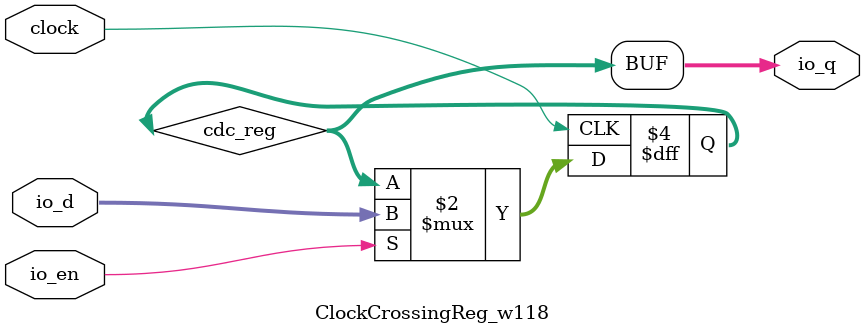
<source format=sv>
`ifndef RANDOMIZE
  `ifdef RANDOMIZE_REG_INIT
    `define RANDOMIZE
  `endif // RANDOMIZE_REG_INIT
`endif // not def RANDOMIZE
`ifndef RANDOMIZE
  `ifdef RANDOMIZE_MEM_INIT
    `define RANDOMIZE
  `endif // RANDOMIZE_MEM_INIT
`endif // not def RANDOMIZE

`ifndef RANDOM
  `define RANDOM $random
`endif // not def RANDOM

// Users can define 'PRINTF_COND' to add an extra gate to prints.
`ifndef PRINTF_COND_
  `ifdef PRINTF_COND
    `define PRINTF_COND_ (`PRINTF_COND)
  `else  // PRINTF_COND
    `define PRINTF_COND_ 1
  `endif // PRINTF_COND
`endif // not def PRINTF_COND_

// Users can define 'ASSERT_VERBOSE_COND' to add an extra gate to assert error printing.
`ifndef ASSERT_VERBOSE_COND_
  `ifdef ASSERT_VERBOSE_COND
    `define ASSERT_VERBOSE_COND_ (`ASSERT_VERBOSE_COND)
  `else  // ASSERT_VERBOSE_COND
    `define ASSERT_VERBOSE_COND_ 1
  `endif // ASSERT_VERBOSE_COND
`endif // not def ASSERT_VERBOSE_COND_

// Users can define 'STOP_COND' to add an extra gate to stop conditions.
`ifndef STOP_COND_
  `ifdef STOP_COND
    `define STOP_COND_ (`STOP_COND)
  `else  // STOP_COND
    `define STOP_COND_ 1
  `endif // STOP_COND
`endif // not def STOP_COND_

// Users can define INIT_RANDOM as general code that gets injected into the
// initializer block for modules with registers.
`ifndef INIT_RANDOM
  `define INIT_RANDOM
`endif // not def INIT_RANDOM

// If using random initialization, you can also define RANDOMIZE_DELAY to
// customize the delay used, otherwise 0.002 is used.
`ifndef RANDOMIZE_DELAY
  `define RANDOMIZE_DELAY 0.002
`endif // not def RANDOMIZE_DELAY

// Define INIT_RANDOM_PROLOG_ for use in our modules below.
`ifndef INIT_RANDOM_PROLOG_
  `ifdef RANDOMIZE
    `ifdef VERILATOR
      `define INIT_RANDOM_PROLOG_ `INIT_RANDOM
    `else  // VERILATOR
      `define INIT_RANDOM_PROLOG_ `INIT_RANDOM #`RANDOMIZE_DELAY begin end
    `endif // VERILATOR
  `else  // RANDOMIZE
    `define INIT_RANDOM_PROLOG_
  `endif // RANDOMIZE
`endif // not def INIT_RANDOM_PROLOG_

module ClockCrossingReg_w118(
  input          clock,
  input  [117:0] io_d,
  input          io_en,
  output [117:0] io_q
);

  reg [117:0] cdc_reg;	// @[Reg.scala:19:16]
  always @(posedge clock) begin
    if (io_en)
      cdc_reg <= io_d;	// @[Reg.scala:19:16]
  end // always @(posedge)
  `ifndef SYNTHESIS
    `ifdef FIRRTL_BEFORE_INITIAL
      `FIRRTL_BEFORE_INITIAL
    `endif // FIRRTL_BEFORE_INITIAL
    logic [31:0] _RANDOM_0;
    logic [31:0] _RANDOM_1;
    logic [31:0] _RANDOM_2;
    logic [31:0] _RANDOM_3;
    initial begin
      `ifdef INIT_RANDOM_PROLOG_
        `INIT_RANDOM_PROLOG_
      `endif // INIT_RANDOM_PROLOG_
      `ifdef RANDOMIZE_REG_INIT
        _RANDOM_0 = `RANDOM;
        _RANDOM_1 = `RANDOM;
        _RANDOM_2 = `RANDOM;
        _RANDOM_3 = `RANDOM;
        cdc_reg = {_RANDOM_0, _RANDOM_1, _RANDOM_2, _RANDOM_3[21:0]};	// @[Reg.scala:19:16]
      `endif // RANDOMIZE_REG_INIT
    end // initial
    `ifdef FIRRTL_AFTER_INITIAL
      `FIRRTL_AFTER_INITIAL
    `endif // FIRRTL_AFTER_INITIAL
  `endif // not def SYNTHESIS
  assign io_q = cdc_reg;	// @[Reg.scala:19:16]
endmodule


</source>
